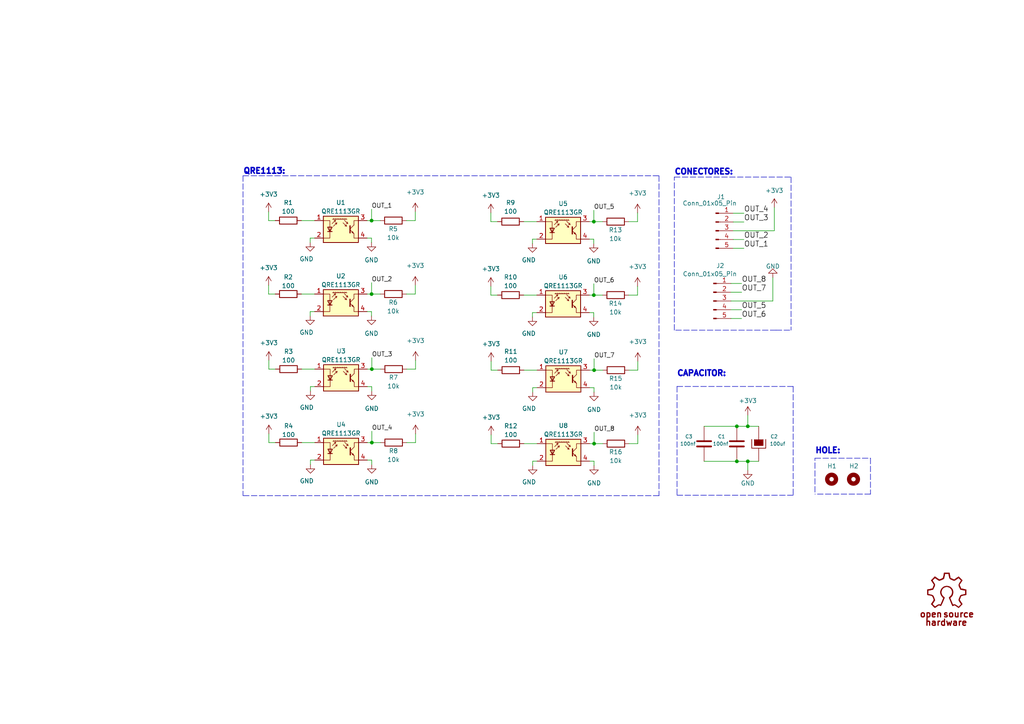
<source format=kicad_sch>
(kicad_sch (version 20230121) (generator eeschema)
  (paper "A4")
  (title_block (title "Line Sensors - QRE1113 x8") (date "2023-07-27") (rev "1.0") (company "DERTECH - Corporation") (comment 1 "Autor: Mauricio Falcon"))
  (lib_symbols
    (symbol "Connector:Conn_01x05_Pin" (pin_names (offset 1.016) hide)
      (property "Reference" "J" (at 0 7.62 0))
      (property "Value" "Conn_01x05_Pin" (at 0 -7.62 0))
      (symbol "Conn_01x05_Pin_1_1"
        (polyline (pts (xy 1.27 -5.08) (xy 0.8636 -5.08)) (stroke (width 0.1524)))
        (polyline (pts (xy 1.27 -2.54) (xy 0.8636 -2.54)) (stroke (width 0.1524)))
        (polyline (pts (xy 1.27 0) (xy 0.8636 0)) (stroke (width 0.1524)))
        (polyline (pts (xy 1.27 2.54) (xy 0.8636 2.54)) (stroke (width 0.1524)))
        (polyline (pts (xy 1.27 5.08) (xy 0.8636 5.08)) (stroke (width 0.1524)))
        (rectangle (start 0.8636 -4.953) (end 0 -5.207) (stroke (width 0.1524)) (fill (type outline)))
        (rectangle (start 0.8636 -2.413) (end 0 -2.667) (stroke (width 0.1524)) (fill (type outline)))
        (rectangle (start 0.8636 0.127) (end 0 -0.127) (stroke (width 0.1524)) (fill (type outline)))
        (rectangle (start 0.8636 2.667) (end 0 2.413) (stroke (width 0.1524)) (fill (type outline)))
        (rectangle (start 0.8636 5.207) (end 0 4.953) (stroke (width 0.1524)) (fill (type outline)))
        (pin passive line (at 5.08 5.08 180) (length 3.81) (name "Pin_1") (number "1"))
        (pin passive line (at 5.08 2.54 180) (length 3.81) (name "Pin_2") (number "2"))
        (pin passive line (at 5.08 0 180) (length 3.81) (name "Pin_3") (number "3"))
        (pin passive line (at 5.08 -2.54 180) (length 3.81) (name "Pin_4") (number "4"))
        (pin passive line (at 5.08 -5.08 180) (length 3.81) (name "Pin_5") (number "5"))
      )
    )
    (symbol "Device:R" (pin_numbers hide) (pin_names (offset 0))
      (property "Reference" "R" (at 2.032 0 90))
      (property "Value" "R" (at 0 0 90))
      (symbol "R_0_1"
        (rectangle (start -1.016 -2.54) (end 1.016 2.54) (stroke (width 0.254)))
      )
      (symbol "R_1_1"
        (pin passive line (at 0 3.81 270) (length 1.27) (name "~") (number "1"))
        (pin passive line (at 0 -3.81 90) (length 1.27) (name "~") (number "2"))
      )
    )
    (symbol "EESTN5-v2:OSHWA" (pin_names (offset 1.016))
      (symbol "OSHWA_0_0"
        (polyline (pts (xy 5.7912 2.667) (xy 5.5372 2.7178) (xy 5.4864 2.7432) (xy 5.4864 1.8796) (xy 5.4864 1.8288) (xy 5.4864 1.6002) (xy 5.4864 1.4732) (xy 5.4102 1.3716) (xy 5.2832 1.3208) (xy 5.0038 1.27) (xy 4.6228 1.1938) (xy 4.572 1.1684) (xy 4.318 1.1176) (xy 4.1656 1.0414) (xy 4.0386 0.889) (xy 3.937 0.6604) (xy 3.8354 0.4064) (xy 3.683 0.0762) (xy 3.6068 -0.1778) (xy 3.5814 -0.3556) (xy 3.6322 -0.5334) (xy 3.7592 -0.7366) (xy 3.9116 -0.9906) (xy 4.318 -1.5494) (xy 3.937 -1.9304) (xy 3.5814 -2.3114) (xy 3.048 -1.9558) (xy 2.794 -1.778) (xy 2.5654 -1.651) (xy 2.3876 -1.6256) (xy 2.2098 -1.6256) (xy 1.905 -1.6764) (xy 1.4986 -0.7112) (xy 1.1176 0.2286) (xy 1.397 0.508) (xy 1.5748 0.6604) (xy 1.8034 1.016) (xy 1.9304 1.397) (xy 1.9812 1.8542) (xy 1.9812 1.9304) (xy 1.9558 2.2606) (xy 1.905 2.54) (xy 1.7526 2.8194) (xy 1.4732 3.175) (xy 1.0668 3.5052) (xy 0.5842 3.683) (xy 0.1016 3.7338) (xy -0.4064 3.6576) (xy -0.889 3.429) (xy -1.2954 3.048) (xy -1.3462 2.9972) (xy -1.6256 2.5146) (xy -1.7526 2.0066) (xy -1.7018 1.4986) (xy -1.4986 0.9906) (xy -1.143 0.508) (xy -0.8636 0.2032) (xy -1.2446 -0.7366) (xy -1.651 -1.6764) (xy -1.9558 -1.6256) (xy -2.1082 -1.6256) (xy -2.286 -1.651) (xy -2.4892 -1.7526) (xy -2.7686 -1.9304) (xy -3.2766 -2.2606) (xy -3.6576 -1.905) (xy -4.0132 -1.524) (xy -3.6322 -0.9652) (xy -3.2766 -0.4064) (xy -3.429 0.0254) (xy -3.4544 0.1016) (xy -3.6068 0.508) (xy -3.7338 0.7874) (xy -3.8862 0.9906) (xy -4.0894 1.0922) (xy -4.3688 1.1938) (xy -4.7752 1.27) (xy -5.2578 1.3716) (xy -5.2324 1.905) (xy -5.207 2.413) (xy -4.5212 2.54) (xy -3.8608 2.667) (xy -3.5814 3.2512) (xy -3.556 3.302) (xy -3.4036 3.6068) (xy -3.3274 3.8862) (xy -3.2766 4.0386) (xy -3.3274 4.2164) (xy -3.4544 4.445) (xy -3.6322 4.7244) (xy -3.6576 4.7498) (xy -3.81 5.0292) (xy -3.937 5.207) (xy -3.9878 5.3086) (xy -3.9878 5.334) (xy -3.8862 5.461) (xy -3.7338 5.6388) (xy -3.5306 5.8166) (xy -3.3782 5.969) (xy -3.2766 6.0198) (xy -3.1496 5.9436) (xy -2.9464 5.8166) (xy -2.6924 5.6388) (xy -2.6162 5.588) (xy -2.3622 5.4102) (xy -2.159 5.3086) (xy -2.032 5.2578) (xy -1.8796 5.3086) (xy -1.6256 5.3848) (xy -1.3208 5.5118) (xy -1.2446 5.5372) (xy -0.9144 5.6896) (xy -0.7112 5.842) (xy -0.635 5.969) (xy -0.6096 6.096) (xy -0.5588 6.3754) (xy -0.4826 6.6802) (xy -0.381 7.239) (xy 0.127 7.239) (xy 0.635 7.239) (xy 0.7366 6.731) (xy 0.7874 6.477) (xy 0.8636 6.1722) (xy 0.9398 5.9436) (xy 1.0414 5.8166) (xy 1.1684 5.715) (xy 1.3462 5.6134) (xy 1.4478 5.5626) (xy 1.778 5.4356) (xy 2.032 5.334) (xy 2.1844 5.2832) (xy 2.3114 5.2832) (xy 2.4638 5.334) (xy 2.667 5.4356) (xy 2.9464 5.6388) (xy 3.556 6.0452) (xy 3.937 5.6896) (xy 4.2926 5.3086) (xy 3.9116 4.7498) (xy 3.8354 4.6228) (xy 3.683 4.318) (xy 3.5814 4.0894) (xy 3.6068 3.8354) (xy 3.683 3.5306) (xy 3.8862 3.1496) (xy 4.1148 2.667) (xy 4.7752 2.54) (xy 5.461 2.413) (xy 5.4864 1.8796) (xy 5.4864 2.7432) (xy 5.4102 2.7432) (xy 5.1054 2.8194) (xy 4.8006 2.8956) (xy 4.2926 2.9718) (xy 4.064 3.5306) (xy 3.81 4.0894) (xy 4.2418 4.7244) (xy 4.6736 5.3594) (xy 4.1148 5.9182) (xy 3.5814 6.4516) (xy 2.921 6.0198) (xy 2.286 5.5626) (xy 1.7526 5.7912) (xy 1.1938 6.0452) (xy 1.0922 6.5532) (xy 1.0668 6.8072) (xy 0.9906 7.0866) (xy 0.9652 7.3152) (xy 0.9144 7.5438) (xy 0.127 7.5438) (xy -0.6604 7.5438) (xy -0.762 6.9342) (xy -0.8128 6.6802) (xy -0.889 6.35) (xy -0.9652 6.1214) (xy -1.0922 5.9944) (xy -1.27 5.8928) (xy -1.524 5.7658) (xy -2.032 5.588) (xy -2.667 6.0198) (xy -3.3274 6.477) (xy -3.8608 5.9182) (xy -4.4196 5.3594) (xy -3.9878 4.7244) (xy -3.556 4.0894) (xy -3.7846 3.556) (xy -3.7846 3.5306) (xy -3.8862 3.2766) (xy -3.9878 3.0734) (xy -4.0132 2.9972) (xy -4.0386 2.9718) (xy -4.191 2.9464) (xy -4.445 2.8956) (xy -4.7752 2.8194) (xy -5.5118 2.6924) (xy -5.5118 1.905) (xy -5.5118 1.143) (xy -4.9022 1.016) (xy -4.8768 1.016) (xy -4.5466 0.9652) (xy -4.2926 0.889) (xy -4.1402 0.8382) (xy -4.1148 0.8128) (xy -4.0132 0.6604) (xy -3.8862 0.4318) (xy -3.7592 0.1524) (xy -3.683 -0.1016) (xy -3.6576 -0.3048) (xy -3.7084 -0.4572) (xy -3.8608 -0.6858) (xy -4.0386 -0.9652) (xy -4.4196 -1.524) (xy -3.8862 -2.0828) (xy -3.7846 -2.2098) (xy -3.556 -2.413) (xy -3.3782 -2.5654) (xy -3.3274 -2.6162) (xy -3.302 -2.6162) (xy -3.2004 -2.54) (xy -2.9972 -2.413) (xy -2.7178 -2.2352) (xy -2.5654 -2.1082) (xy -2.3368 -1.9558) (xy -2.1844 -1.905) (xy -2.0574 -1.905) (xy -1.905 -1.9304) (xy -1.7018 -2.0066) (xy -1.5748 -2.0574) (xy -1.5494 -2.032) (xy -1.4732 -1.8796) (xy -1.3462 -1.6256) (xy -1.1684 -1.27) (xy -0.9906 -0.8636) (xy -0.4826 0.3556) (xy -0.8382 0.6604) (xy -1.016 0.8128) (xy -1.27 1.2192) (xy -1.4224 1.651) (xy -1.4224 2.1082) (xy -1.2954 2.5146) (xy -1.0922 2.8956) (xy -0.762 3.2004) (xy -0.3556 3.4036) (xy 0.1524 3.4798) (xy 0.4826 3.429) (xy 0.9144 3.2766) (xy 1.27 2.9718) (xy 1.5494 2.5908) (xy 1.6764 2.159) (xy 1.6764 1.8288) (xy 1.6256 1.4478) (xy 1.4732 1.0922) (xy 1.1684 0.762) (xy 0.762 0.3556) (xy 1.2446 -0.8128) (xy 1.3208 -1.016) (xy 1.4732 -1.397) (xy 1.6256 -1.7272) (xy 1.7272 -1.9558) (xy 1.778 -2.0574) (xy 1.8796 -2.0828) (xy 2.032 -2.0066) (xy 2.1844 -1.905) (xy 2.3114 -1.8796) (xy 2.4892 -1.905) (xy 2.7178 -2.032) (xy 3.0226 -2.2352) (xy 3.5814 -2.6416) (xy 4.1402 -2.0828) (xy 4.6736 -1.524) (xy 4.2926 -0.9652) (xy 4.2164 -0.8636) (xy 4.064 -0.6096) (xy 3.937 -0.381) (xy 3.8862 -0.2794) (xy 3.8862 -0.254) (xy 3.937 -0.0762) (xy 4.0386 0.1778) (xy 4.1402 0.4572) (xy 4.2418 0.6858) (xy 4.318 0.7874) (xy 4.3434 0.8128) (xy 4.4958 0.8636) (xy 4.7498 0.9398) (xy 5.08 1.016) (xy 5.7912 1.143) (xy 5.7912 1.905) (xy 5.7912 2.667) (xy 5.7912 2.667)) (stroke (width 0.0254)) (fill (type outline)))
        (text "hardware" (at -0.0254 -6.858 0) (effects (font (size 1.778 1.778) bold)))
        (text "open" (at -4.445 -4.445 0) (effects (font (size 1.778 1.778) bold)))
        (text "source" (at 3.556 -4.445 0) (effects (font (size 1.778 1.778) bold)))
      )
    )
    (symbol "Mechanical:MountingHole" (pin_names (offset 1.016))
      (property "Reference" "H" (at 0 5.08 0))
      (property "Value" "MountingHole" (at 0 3.175 0))
      (symbol "MountingHole_0_1"
        (circle (center 0 0) (radius 1.27) (stroke (width 1.27)))
      )
    )
    (symbol "Sensor_Linea_Bonaerenses-rescue:C" (pin_numbers hide) (pin_names (offset 0.254))
      (property "Reference" "C" (at 0 2.54 0))
      (property "Value" "C" (at 0.1524 -2.159 0))
      (symbol "C_0_1"
        (polyline (pts (xy -2.032 -0.762) (xy 2.032 -0.762)) (stroke (width 0.508)))
        (polyline (pts (xy -2.032 0.762) (xy 2.032 0.762)) (stroke (width 0.508)))
      )
      (symbol "C_1_1"
        (pin passive line (at 0 5.08 270) (length 4.318) (name "~") (number "1"))
        (pin passive line (at 0 -5.08 90) (length 4.318) (name "~") (number "2"))
      )
    )
    (symbol "Sensor_Linea_Bonaerenses-rescue:CAPAPOL" (pin_numbers hide) (pin_names (offset 0.254) hide)
      (property "Reference" "C" (at 1.27 2.54 0))
      (property "Value" "CAPAPOL" (at 1.27 -2.54 0))
      (symbol "CAPAPOL_0_1"
        (polyline (pts (xy -2.032 1.27) (xy -2.032 -1.27) (xy 2.032 -1.27) (xy 2.032 1.27)) (stroke (width 0.2032)))
        (polyline (pts (xy -1.27 1.27) (xy -1.27 -0.508) (xy 1.27 -0.508) (xy 1.27 1.27)) (fill (type outline)))
      )
      (symbol "CAPAPOL_1_1"
        (pin passive line (at 0 5.08 270) (length 3.81) (name "~") (number "1"))
        (pin passive line (at 0 -5.08 90) (length 3.81) (name "~") (number "2"))
      )
    )
    (symbol "Sensor_Proximity:QRE1113GR" (pin_names (offset 0.0254) hide)
      (property "Reference" "U" (at -3.81 5.08 0))
      (property "Value" "QRE1113GR" (at 11.43 5.08 0))
      (symbol "QRE1113GR_0_1"
        (polyline (pts (xy -3.81 -0.635) (xy -2.54 -0.635)) (stroke (width 0.254)))
        (polyline (pts (xy -2.286 2.921) (xy -2.032 3.175)))
        (polyline (pts (xy -1.778 2.921) (xy -1.524 3.175)))
        (polyline (pts (xy -1.524 2.667) (xy -1.651 2.159)))
        (polyline (pts (xy -1.27 2.921) (xy -1.016 3.175)))
        (polyline (pts (xy -1.143 1.905) (xy -1.27 1.397)))
        (polyline (pts (xy -0.762 2.921) (xy -0.508 3.175)))
        (polyline (pts (xy -0.254 2.921) (xy 0 3.175)))
        (polyline (pts (xy 0.254 2.921) (xy 0.508 3.175)))
        (polyline (pts (xy 0.762 2.921) (xy 1.016 3.175)))
        (polyline (pts (xy 1.27 2.921) (xy 1.524 3.175)))
        (polyline (pts (xy 1.651 0.889) (xy 1.143 1.016)))
        (polyline (pts (xy 1.778 2.921) (xy -2.413 2.921)))
        (polyline (pts (xy 2.032 1.651) (xy 1.524 1.778)))
        (polyline (pts (xy 2.667 -0.127) (xy 3.81 -1.27)))
        (polyline (pts (xy 2.667 0.127) (xy 3.81 1.27)))
        (polyline (pts (xy -2.54 1.651) (xy -1.524 2.667) (xy -2.032 2.54)))
        (polyline (pts (xy -2.159 0.889) (xy -1.143 1.905) (xy -1.651 1.778)))
        (polyline (pts (xy 0.635 1.905) (xy 1.651 0.889) (xy 1.524 1.397)))
        (polyline (pts (xy 1.016 2.667) (xy 2.032 1.651) (xy 1.905 2.159)))
        (polyline (pts (xy 2.667 1.016) (xy 2.667 -1.016) (xy 2.667 -1.016)) (stroke (width 0.3556)))
        (polyline (pts (xy 3.81 -1.27) (xy 3.81 -2.54) (xy 5.08 -2.54)))
        (polyline (pts (xy 3.81 1.27) (xy 3.81 2.54) (xy 5.08 2.54)))
        (polyline (pts (xy -5.08 -2.54) (xy -3.175 -2.54) (xy -3.175 2.54) (xy -5.08 2.54)))
        (polyline (pts (xy -3.175 -0.635) (xy -3.81 0.635) (xy -2.54 0.635) (xy -3.175 -0.635)) (stroke (width 0.254)))
        (polyline (pts (xy 3.683 -1.143) (xy 3.429 -0.635) (xy 3.175 -0.889) (xy 3.683 -1.143)))
        (polyline (pts (xy -5.08 -3.81) (xy 5.08 -3.81) (xy 5.08 3.81) (xy -5.08 3.81) (xy -5.08 -3.81)) (stroke (width 0.254)) (fill (type background)))
      )
      (symbol "QRE1113GR_1_1"
        (pin passive line (at -7.62 2.54 0) (length 2.54) (name "A") (number "1"))
        (pin passive line (at -7.62 -2.54 0) (length 2.54) (name "K") (number "2"))
        (pin open_collector line (at 7.62 2.54 180) (length 2.54) (name "~") (number "3"))
        (pin open_emitter line (at 7.62 -2.54 180) (length 2.54) (name "~") (number "4"))
      )
    )
    (symbol "power:+3V3" (power) (pin_names (offset 0))
      (property "Value" "+3V3" (at 0 3.556 0))
      (symbol "+3V3_0_1"
        (polyline (pts (xy -0.762 1.27) (xy 0 2.54)))
        (polyline (pts (xy 0 0) (xy 0 2.54)))
        (polyline (pts (xy 0 2.54) (xy 0.762 1.27)))
      )
      (symbol "+3V3_1_1"
        (pin power_in line (at 0 0 90) (length 0) hide (name "+3V3") (number "1"))
      )
    )
    (symbol "power:GND" (power) (pin_names (offset 0))
      (property "Value" "GND" (at 0 -3.81 0))
      (symbol "GND_0_1"
        (polyline (pts (xy 0 0) (xy 0 -1.27) (xy 1.27 -1.27) (xy 0 -2.54) (xy -1.27 -1.27) (xy 0 -1.27)))
      )
      (symbol "GND_1_1"
        (pin power_in line (at 0 0 270) (length 0) hide (name "GND") (number "1"))
      )
    )
  )
  (junction (at 172.2374 85.598))
  (junction (at 172.2374 64.2874))
  (junction (at 107.8484 128.3716))
  (junction (at 172.3136 128.6764))
  (junction (at 213.7156 133.8072))
  (junction (at 107.7722 63.9826))
  (junction (at 172.3136 107.3658))
  (junction (at 213.7156 123.6472))
  (junction (at 107.7722 85.2932))
  (junction (at 216.8906 133.8072))
  (junction (at 216.8906 123.6472))
  (junction (at 107.8484 107.061))
  (wire (pts (xy 171.0182 128.6764) (xy 172.3136 128.6764)))
  (wire (pts (xy 142.4432 107.3658) (xy 142.4432 104.8258)))
  (wire (pts (xy 215.773 69.469) (xy 212.6742 69.469)))
  (wire (pts (xy 107.8484 128.3716) (xy 110.363 128.3716)))
  (wire (pts (xy 107.7722 85.2932) (xy 110.2868 85.2932)))
  (wire (pts (xy 120.523 125.8316) (xy 120.523 128.3716)))
  (wire (pts (xy 87.4268 85.2932) (xy 91.2368 85.2932)))
  (wire (pts (xy 89.9668 90.3732) (xy 89.9668 91.6432)))
  (wire (pts (xy 120.4468 61.4426) (xy 120.4468 63.9826)))
  (wire (pts (xy 151.892 85.598) (xy 155.702 85.598)))
  (polyline (pts (xy 252.476 143.3068) (xy 236.3724 143.3068)) (stroke (width 0) (type dash)))
  (wire (pts (xy 155.7782 112.4458) (xy 154.5082 112.4458)))
  (wire (pts (xy 79.8068 85.2932) (xy 77.9018 85.2932)))
  (wire (pts (xy 77.978 107.061) (xy 77.978 104.521)))
  (wire (pts (xy 120.4468 85.2932) (xy 117.9068 85.2932)))
  (wire (pts (xy 155.7782 133.7564) (xy 154.5082 133.7564)))
  (polyline (pts (xy 196.3674 112.0902) (xy 196.3674 143.637)) (stroke (width 0) (type dash)))
  (polyline (pts (xy 252.476 132.8928) (xy 252.476 143.3068)) (stroke (width 0) (type dash)))
  (wire (pts (xy 213.7156 133.8072) (xy 216.8906 133.8072)))
  (wire (pts (xy 216.8906 123.6472) (xy 220.0656 123.6472)))
  (wire (pts (xy 151.9682 128.6764) (xy 155.7782 128.6764)))
  (wire (pts (xy 107.8484 125.0696) (xy 107.8484 128.3716)))
  (wire (pts (xy 216.8906 133.8072) (xy 220.0656 133.8072)))
  (wire (pts (xy 142.4432 128.6764) (xy 142.4432 126.1364)))
  (wire (pts (xy 184.9882 107.3658) (xy 182.4482 107.3658)))
  (wire (pts (xy 144.3482 128.6764) (xy 142.4432 128.6764)))
  (wire (pts (xy 172.2882 112.4458) (xy 172.2882 113.7158)))
  (wire (pts (xy 120.4468 82.7532) (xy 120.4468 85.2932)))
  (wire (pts (xy 170.942 85.598) (xy 172.2374 85.598)))
  (wire (pts (xy 144.272 64.2874) (xy 142.367 64.2874)))
  (wire (pts (xy 155.702 90.678) (xy 154.432 90.678)))
  (wire (pts (xy 212.0138 89.8398) (xy 215.1126 89.8398)))
  (wire (pts (xy 107.823 133.4516) (xy 107.823 134.7216)))
  (wire (pts (xy 204.216 133.8072) (xy 213.7156 133.8072)))
  (wire (pts (xy 170.942 69.3674) (xy 172.212 69.3674)))
  (wire (pts (xy 120.523 107.061) (xy 117.983 107.061)))
  (wire (pts (xy 79.8068 63.9826) (xy 77.9018 63.9826)))
  (wire (pts (xy 155.702 69.3674) (xy 154.432 69.3674)))
  (polyline (pts (xy 225.0948 95.758) (xy 229.4382 95.758)) (stroke (width 0) (type dash)))
  (wire (pts (xy 151.892 64.2874) (xy 155.702 64.2874)))
  (polyline (pts (xy 229.4382 51.3588) (xy 229.4382 95.758)) (stroke (width 0) (type dash)))
  (wire (pts (xy 184.9882 128.6764) (xy 182.4482 128.6764)))
  (wire (pts (xy 91.313 133.4516) (xy 90.043 133.4516)))
  (wire (pts (xy 106.4768 85.2932) (xy 107.7722 85.2932)))
  (wire (pts (xy 171.0182 112.4458) (xy 172.2882 112.4458)))
  (polyline (pts (xy 236.3724 132.8928) (xy 252.476 132.8928)) (stroke (width 0) (type dash)))
  (wire (pts (xy 154.432 90.678) (xy 154.432 91.948)))
  (wire (pts (xy 184.9882 126.1364) (xy 184.9882 128.6764)))
  (wire (pts (xy 172.3136 107.3658) (xy 174.8282 107.3658)))
  (wire (pts (xy 87.4268 63.9826) (xy 91.2368 63.9826)))
  (wire (pts (xy 184.912 61.7474) (xy 184.912 64.2874)))
  (polyline (pts (xy 195.58 51.3588) (xy 229.4382 51.3588)) (stroke (width 0) (type dash)))
  (polyline (pts (xy 195.58 95.758) (xy 195.58 51.3588)) (stroke (width 0) (type dash)))
  (wire (pts (xy 107.8484 103.759) (xy 107.8484 107.061)))
  (wire (pts (xy 215.773 64.389) (xy 212.6742 64.389)))
  (polyline (pts (xy 236.3724 142.748) (xy 236.3724 132.8928)) (stroke (width 0) (type dash)))
  (wire (pts (xy 172.2374 85.598) (xy 174.752 85.598)))
  (wire (pts (xy 204.216 123.6472) (xy 213.7156 123.6472)))
  (wire (pts (xy 106.553 107.061) (xy 107.8484 107.061)))
  (wire (pts (xy 77.978 128.3716) (xy 77.978 125.8316)))
  (wire (pts (xy 106.4768 90.3732) (xy 107.7468 90.3732)))
  (wire (pts (xy 212.0138 82.2198) (xy 215.1126 82.2198)))
  (wire (pts (xy 107.7468 90.3732) (xy 107.7468 91.6432)))
  (wire (pts (xy 172.3136 125.3744) (xy 172.3136 128.6764)))
  (polyline (pts (xy 230.0478 112.0902) (xy 230.0478 143.637)) (stroke (width 0) (type dash)))
  (wire (pts (xy 172.212 69.3674) (xy 172.212 70.6374)))
  (wire (pts (xy 172.2374 82.296) (xy 172.2374 85.598)))
  (wire (pts (xy 154.432 69.3674) (xy 154.432 70.6374)))
  (wire (pts (xy 216.8906 123.6472) (xy 216.8906 120.4722)))
  (wire (pts (xy 215.773 72.009) (xy 212.6742 72.009)))
  (wire (pts (xy 120.523 128.3716) (xy 117.983 128.3716)))
  (wire (pts (xy 172.2882 133.7564) (xy 172.2882 135.0264)))
  (wire (pts (xy 87.503 107.061) (xy 91.313 107.061)))
  (wire (pts (xy 154.5082 112.4458) (xy 154.5082 113.7158)))
  (wire (pts (xy 91.313 112.141) (xy 90.043 112.141)))
  (wire (pts (xy 212.0138 84.7598) (xy 215.1126 84.7598)))
  (wire (pts (xy 170.942 64.2874) (xy 172.2374 64.2874)))
  (wire (pts (xy 170.942 90.678) (xy 172.212 90.678)))
  (polyline (pts (xy 196.3674 112.0902) (xy 230.0478 112.0902)) (stroke (width 0) (type dash)))
  (wire (pts (xy 107.7722 63.9826) (xy 110.2868 63.9826)))
  (wire (pts (xy 213.7156 123.6472) (xy 216.8906 123.6472)))
  (wire (pts (xy 172.212 90.678) (xy 172.212 91.948)))
  (wire (pts (xy 120.523 104.521) (xy 120.523 107.061)))
  (wire (pts (xy 172.2374 64.2874) (xy 174.752 64.2874)))
  (polyline (pts (xy 70.5104 50.9778) (xy 191.135 50.9778)) (stroke (width 0) (type dash)))
  (wire (pts (xy 144.272 85.598) (xy 142.367 85.598)))
  (wire (pts (xy 172.3136 104.0638) (xy 172.3136 107.3658)))
  (wire (pts (xy 89.9668 69.0626) (xy 89.9668 70.3326)))
  (wire (pts (xy 184.912 83.058) (xy 184.912 85.598)))
  (wire (pts (xy 107.7722 81.9912) (xy 107.7722 85.2932)))
  (wire (pts (xy 144.3482 107.3658) (xy 142.4432 107.3658)))
  (wire (pts (xy 172.3136 128.6764) (xy 174.8282 128.6764)))
  (wire (pts (xy 184.9882 104.8258) (xy 184.9882 107.3658)))
  (polyline (pts (xy 230.0478 143.637) (xy 196.3674 143.637)) (stroke (width 0) (type dash)))
  (wire (pts (xy 77.9018 63.9826) (xy 77.9018 61.4426)))
  (wire (pts (xy 215.773 61.849) (xy 212.6742 61.849)))
  (wire (pts (xy 216.8906 133.8072) (xy 216.8906 136.3472)))
  (wire (pts (xy 212.0138 92.3798) (xy 215.1126 92.3798)))
  (wire (pts (xy 106.553 133.4516) (xy 107.823 133.4516)))
  (wire (pts (xy 224.155 87.2998) (xy 224.155 80.518)))
  (wire (pts (xy 224.155 87.2998) (xy 212.0138 87.2998)))
  (wire (pts (xy 106.553 128.3716) (xy 107.8484 128.3716)))
  (wire (pts (xy 79.883 107.061) (xy 77.978 107.061)))
  (wire (pts (xy 91.2368 69.0626) (xy 89.9668 69.0626)))
  (wire (pts (xy 184.912 85.598) (xy 182.372 85.598)))
  (wire (pts (xy 120.4468 63.9826) (xy 117.9068 63.9826)))
  (polyline (pts (xy 191.135 50.9778) (xy 191.135 143.764)) (stroke (width 0) (type dash)))
  (wire (pts (xy 106.4768 69.0626) (xy 107.7468 69.0626)))
  (wire (pts (xy 106.553 112.141) (xy 107.823 112.141)))
  (wire (pts (xy 106.4768 63.9826) (xy 107.7722 63.9826)))
  (wire (pts (xy 171.0182 107.3658) (xy 172.3136 107.3658)))
  (wire (pts (xy 91.2368 90.3732) (xy 89.9668 90.3732)))
  (polyline (pts (xy 191.135 143.764) (xy 70.485 143.764)) (stroke (width 0) (type dash)))
  (wire (pts (xy 77.9018 85.2932) (xy 77.9018 82.7532)))
  (wire (pts (xy 107.7468 69.0626) (xy 107.7468 70.3326)))
  (polyline (pts (xy 70.485 50.9778) (xy 70.485 143.764)) (stroke (width 0) (type dash)))
  (wire (pts (xy 224.5868 66.929) (xy 224.5868 60.1726)))
  (wire (pts (xy 107.7722 60.6806) (xy 107.7722 63.9826)))
  (wire (pts (xy 151.9682 107.3658) (xy 155.7782 107.3658)))
  (wire (pts (xy 172.2374 60.9854) (xy 172.2374 64.2874)))
  (polyline (pts (xy 225.0694 95.758) (xy 195.58 95.758)) (stroke (width 0) (type dash)))
  (wire (pts (xy 79.883 128.3716) (xy 77.978 128.3716)))
  (wire (pts (xy 154.5082 133.7564) (xy 154.5082 135.0264)))
  (wire (pts (xy 87.503 128.3716) (xy 91.313 128.3716)))
  (wire (pts (xy 90.043 112.141) (xy 90.043 113.411)))
  (wire (pts (xy 224.5868 66.929) (xy 212.6742 66.929)))
  (wire (pts (xy 107.823 112.141) (xy 107.823 113.411)))
  (wire (pts (xy 171.0182 133.7564) (xy 172.2882 133.7564)))
  (wire (pts (xy 142.367 64.2874) (xy 142.367 61.7474)))
  (wire (pts (xy 90.043 133.4516) (xy 90.043 134.7216)))
  (wire (pts (xy 184.912 64.2874) (xy 182.372 64.2874)))
  (wire (pts (xy 107.8484 107.061) (xy 110.363 107.061)))
  (wire (pts (xy 142.367 85.598) (xy 142.367 83.058)))
  (text "QRE1113:" (at 70.4596 50.7238 0) (effects (font (size 1.651 1.651) (thickness 0.6096) bold) (justify left bottom)))
  (text "CAPACITOR:" (at 196.2404 109.3978 0) (effects (font (size 1.651 1.651) (thickness 0.6096) bold) (justify left bottom)))
  (text "CONECTORES:\n" (at 195.5038 50.927 0) (effects (font (size 1.651 1.651) (thickness 0.6096) bold) (justify left bottom)))
  (text "HOLE:" (at 236.3216 131.7752 0) (effects (font (size 1.651 1.651) (thickness 0.6096) bold) (justify left bottom)))
  (label "OUT_8" (at 215.1126 82.2198 0) (effects (font (size 1.524 1.524))))
  (label "OUT_5" (at 172.2374 60.9854 0))
  (label "OUT_4" (at 215.773 61.849 0) (effects (font (size 1.524 1.524))))
  (label "OUT_3" (at 107.8484 103.759 0))
  (label "OUT_4" (at 107.8484 125.0696 0))
  (label "OUT_5" (at 215.1126 89.8398 0) (effects (font (size 1.524 1.524))))
  (label "OUT_2" (at 107.7722 81.9912 0))
  (label "OUT_3" (at 215.773 64.389 0) (effects (font (size 1.524 1.524))))
  (label "OUT_8" (at 172.3136 125.3744 0))
  (label "OUT_6" (at 215.1126 92.3798 0) (effects (font (size 1.524 1.524))))
  (label "OUT_6" (at 172.2374 82.296 0))
  (label "OUT_2" (at 215.773 69.469 0) (effects (font (size 1.524 1.524))))
  (label "OUT_1" (at 215.773 72.009 0) (effects (font (size 1.524 1.524))))
  (label "OUT_7" (at 172.3136 104.0638 0))
  (label "OUT_7" (at 215.1126 84.7598 0) (effects (font (size 1.524 1.524))))
  (label "OUT_1" (at 107.7722 60.6806 0))
  (symbol (lib_id "power:+3V3") (at 184.912 83.058 0) (unit 1)
    (property "Reference" "#PWR030" (effects hide))
    (property "Value" "+3V3" (at 184.912 77.343 0))
  )
  (symbol (lib_id "power:+3V3") (at 120.4468 61.4426 0) (unit 1)
    (property "Reference" "#PWR013" (effects hide))
    (property "Value" "+3V3" (at 120.4468 55.7276 0))
  )
  (symbol (lib_id "power:GND") (at 224.155 80.518 0) (mirror x) (unit 1)
    (property "Reference" "#PWR038" (effects hide))
    (property "Value" "GND" (at 224.155 77.2414 0))
  )
  (symbol (lib_id "power:GND") (at 154.432 91.948 0) (unit 1)
    (property "Reference" "#PWR022" (effects hide))
    (property "Value" "GND" (at 153.3652 96.7232 0))
  )
  (symbol (lib_id "Device:R") (at 114.0968 63.9826 90) (unit 1)
    (property "Reference" "R5" (at 114.046 66.3956 90))
    (property "Value" "10k" (at 114.046 68.9356 90))
    (property "Footprint" "EESTN5-v2:R_0805" (effects hide))
  )
  (symbol (lib_id "Device:R") (at 83.693 107.061 90) (unit 1)
    (property "Reference" "R3" (at 83.693 101.9556 90))
    (property "Value" "100" (at 83.693 104.4956 90))
    (property "Footprint" "EESTN5-v2:R_0805" (effects hide))
  )
  (symbol (lib_id "Connector:Conn_01x05_Pin") (at 206.9338 87.2998 0) (unit 1)
    (property "Reference" "J2" (at 210.1088 77.0636 0) (effects (justify right)))
    (property "Value" "Conn_01x05_Pin" (at 213.7664 79.4512 0) (effects (justify right)))
    (property "Footprint" "Connector_PinHeader_2.54mm:PinHeader_1x05_P2.54mm_Vertical" (effects hide))
  )
  (symbol (lib_id "Mechanical:MountingHole") (at 247.5484 138.9888 0) (unit 1)
    (property "Reference" "H2" (at 246.2784 135.1788 0) (effects (justify left)))
    (property "Value" "HOLE" (effects hide))
    (property "Footprint" "EESTN5-v2:Separador_M3_5mm" (effects hide))
  )
  (symbol (lib_id "Sensor_Linea_Bonaerenses-rescue:C") (at 213.7156 128.7272 0) (unit 1)
    (property "Reference" "C1" (at 208.2038 126.619 0) (effects (font (size 1.016 1.016)) (justify left)))
    (property "Value" "100nf" (at 206.7306 128.7272 0) (effects (font (size 1.016 1.016)) (justify left)))
    (property "Footprint" "Capacitor_SMD:C_0805_2012Metric_Pad1.18x1.45mm_HandSolder" (effects hide))
  )
  (symbol (lib_id "Device:R") (at 178.562 85.598 90) (unit 1)
    (property "Reference" "R14" (at 178.5112 88.011 90))
    (property "Value" "10k" (at 178.5112 90.551 90))
    (property "Footprint" "EESTN5-v2:R_0805" (effects hide))
  )
  (symbol (lib_id "Sensor_Linea_Bonaerenses-rescue:C") (at 204.216 128.7272 0) (unit 1)
    (property "Reference" "C3" (at 198.7042 126.619 0) (effects (font (size 1.016 1.016)) (justify left)))
    (property "Value" "100nf" (at 197.231 128.7272 0) (effects (font (size 1.016 1.016)) (justify left)))
    (property "Footprint" "Capacitor_SMD:C_0805_2012Metric_Pad1.18x1.45mm_HandSolder" (effects hide))
  )
  (symbol (lib_id "Device:R") (at 83.6168 85.2932 90) (unit 1)
    (property "Reference" "R2" (at 83.6168 80.3656 90))
    (property "Value" "100" (at 83.6168 82.9056 90))
    (property "Footprint" "EESTN5-v2:R_0805" (effects hide))
  )
  (symbol (lib_id "power:GND") (at 107.823 134.7216 0) (unit 1)
    (property "Reference" "#PWR012" (effects hide))
    (property "Value" "GND" (at 107.823 139.8016 0))
  )
  (symbol (lib_id "Connector:Conn_01x05_Pin") (at 207.5942 66.929 0) (unit 1)
    (property "Reference" "J1" (at 209.1182 57.0992 0))
    (property "Value" "Conn_01x05_Pin" (at 205.8416 58.9534 0))
    (property "Footprint" "Connector_PinHeader_2.54mm:PinHeader_1x05_P2.54mm_Vertical" (effects hide))
  )
  (symbol (lib_id "power:GND") (at 90.043 113.411 0) (unit 1)
    (property "Reference" "#PWR07" (effects hide))
    (property "Value" "GND" (at 88.9762 118.1862 0))
  )
  (symbol (lib_id "power:+3V3") (at 216.8906 120.4722 0) (unit 1)
    (property "Reference" "#PWR033" (effects hide))
    (property "Value" "+3V3" (at 216.8906 116.2304 0))
  )
  (symbol (lib_id "power:GND") (at 216.8906 136.3472 0) (unit 1)
    (property "Reference" "#PWR034" (effects hide))
    (property "Value" "GND" (at 216.8906 140.1572 0))
  )
  (symbol (lib_id "Device:R") (at 178.6382 107.3658 90) (unit 1)
    (property "Reference" "R15" (at 178.5874 109.7788 90))
    (property "Value" "10k" (at 178.5874 112.3188 90))
    (property "Footprint" "EESTN5-v2:R_0805" (effects hide))
  )
  (symbol (lib_id "Device:R") (at 148.1582 107.3658 90) (unit 1)
    (property "Reference" "R11" (at 148.1582 101.9556 90))
    (property "Value" "100" (at 148.1582 104.4956 90))
    (property "Footprint" "EESTN5-v2:R_0805" (effects hide))
  )
  (symbol (lib_id "Mechanical:MountingHole") (at 241.1984 138.9888 0) (unit 1)
    (property "Reference" "H1" (at 239.9284 135.1788 0) (effects (justify left)))
    (property "Value" "HOLE" (effects hide))
    (property "Footprint" "EESTN5-v2:Separador_M3_5mm" (effects hide))
  )
  (symbol (lib_id "power:GND") (at 172.212 70.6374 0) (unit 1)
    (property "Reference" "#PWR025" (effects hide))
    (property "Value" "GND" (at 172.212 75.7174 0))
  )
  (symbol (lib_id "power:GND") (at 172.2882 113.7158 0) (unit 1)
    (property "Reference" "#PWR027" (effects hide))
    (property "Value" "GND" (at 172.2882 118.7958 0))
  )
  (symbol (lib_id "Device:R") (at 83.6168 63.9826 90) (unit 1)
    (property "Reference" "R1" (at 83.6168 58.7756 90))
    (property "Value" "100" (at 83.6168 61.3156 90))
    (property "Footprint" "EESTN5-v2:R_0805" (effects hide))
  )
  (symbol (lib_id "Device:R") (at 114.173 107.061 90) (unit 1)
    (property "Reference" "R7" (at 114.1222 109.474 90))
    (property "Value" "10k" (at 114.1222 112.014 90))
    (property "Footprint" "EESTN5-v2:R_0805" (effects hide))
  )
  (symbol (lib_id "Device:R") (at 148.082 64.2874 90) (unit 1)
    (property "Reference" "R9" (at 148.082 58.7756 90))
    (property "Value" "100" (at 148.082 61.3156 90))
    (property "Footprint" "EESTN5-v2:R_0805" (effects hide))
  )
  (symbol (lib_id "EESTN5-v2:OSHWA") (at 274.4724 173.6852 0) (unit 1)
    (property "Reference" "#G2" (effects hide))
    (property "Value" "OSHWA" (effects hide))
  )
  (symbol (lib_id "power:GND") (at 89.9668 91.6432 0) (unit 1)
    (property "Reference" "#PWR06" (effects hide))
    (property "Value" "GND" (at 88.9 96.4184 0))
  )
  (symbol (lib_id "Sensor_Linea_Bonaerenses-rescue:CAPAPOL") (at 220.0656 128.7272 0) (unit 1)
    (property "Reference" "C2" (at 223.4438 126.619 0) (effects (font (size 1.016 1.016)) (justify left)))
    (property "Value" "100uf" (at 223.2406 128.7272 0) (effects (font (size 1.016 1.016)) (justify left)))
    (property "Footprint" "Capacitor_THT:C_Radial_D5.0mm_H11.0mm_P2.00mm" (effects hide))
  )
  (symbol (lib_id "power:GND") (at 172.212 91.948 0) (unit 1)
    (property "Reference" "#PWR026" (effects hide))
    (property "Value" "GND" (at 172.212 97.028 0))
  )
  (symbol (lib_id "power:+3V3") (at 142.4432 104.8258 0) (unit 1)
    (property "Reference" "#PWR019" (effects hide))
    (property "Value" "+3V3" (at 142.4432 99.7458 0))
  )
  (symbol (lib_id "Sensor_Proximity:QRE1113GR") (at 98.8568 66.5226 0) (unit 1)
    (property "Reference" "U1" (at 98.8568 58.7502 0))
    (property "Value" "QRE1113GR" (at 98.8568 61.2902 0))
    (property "Footprint" "OptoDevice:OnSemi_CASE100CY" (effects hide))
    (property "Datasheet" "http://www.onsemi.com/pub/Collateral/QRE1113-D.PDF" (effects hide))
  )
  (symbol (lib_id "Sensor_Proximity:QRE1113GR") (at 163.322 66.8274 0) (unit 1)
    (property "Reference" "U5" (at 163.322 59.055 0))
    (property "Value" "QRE1113GR" (at 163.322 61.595 0))
    (property "Footprint" "OptoDevice:OnSemi_CASE100CY" (effects hide))
    (property "Datasheet" "http://www.onsemi.com/pub/Collateral/QRE1113-D.PDF" (effects hide))
  )
  (symbol (lib_id "power:+3V3") (at 142.367 61.7474 0) (unit 1)
    (property "Reference" "#PWR017" (effects hide))
    (property "Value" "+3V3" (at 142.367 56.6674 0))
  )
  (symbol (lib_id "power:+3V3") (at 224.5868 60.1726 0) (unit 1)
    (property "Reference" "#PWR037" (effects hide))
    (property "Value" "+3V3" (at 224.5868 55.2704 0))
  )
  (symbol (lib_id "power:+3V3") (at 142.4432 126.1364 0) (unit 1)
    (property "Reference" "#PWR020" (effects hide))
    (property "Value" "+3V3" (at 142.4432 121.0564 0))
  )
  (symbol (lib_id "Sensor_Proximity:QRE1113GR") (at 98.933 109.601 0) (unit 1)
    (property "Reference" "U3" (at 98.933 101.8286 0))
    (property "Value" "QRE1113GR" (at 98.933 104.3686 0))
    (property "Footprint" "OptoDevice:OnSemi_CASE100CY" (effects hide))
    (property "Datasheet" "http://www.onsemi.com/pub/Collateral/QRE1113-D.PDF" (effects hide))
  )
  (symbol (lib_id "Device:R") (at 114.173 128.3716 90) (unit 1)
    (property "Reference" "R8" (at 114.1222 130.7846 90))
    (property "Value" "10k" (at 114.1222 133.3246 90))
    (property "Footprint" "EESTN5-v2:R_0805" (effects hide))
  )
  (symbol (lib_id "Device:R") (at 83.693 128.3716 90) (unit 1)
    (property "Reference" "R4" (at 83.693 123.5456 90))
    (property "Value" "100" (at 83.693 126.0856 90))
    (property "Footprint" "EESTN5-v2:R_0805" (effects hide))
  )
  (symbol (lib_id "Device:R") (at 114.0968 85.2932 90) (unit 1)
    (property "Reference" "R6" (at 114.046 87.7062 90))
    (property "Value" "10k" (at 114.046 90.2462 90))
    (property "Footprint" "EESTN5-v2:R_0805" (effects hide))
  )
  (symbol (lib_id "power:GND") (at 154.432 70.6374 0) (unit 1)
    (property "Reference" "#PWR021" (effects hide))
    (property "Value" "GND" (at 153.3652 75.4126 0))
  )
  (symbol (lib_id "power:GND") (at 107.823 113.411 0) (unit 1)
    (property "Reference" "#PWR011" (effects hide))
    (property "Value" "GND" (at 107.823 118.491 0))
  )
  (symbol (lib_id "power:GND") (at 154.5082 113.7158 0) (unit 1)
    (property "Reference" "#PWR023" (effects hide))
    (property "Value" "GND" (at 153.4414 118.491 0))
  )
  (symbol (lib_id "Sensor_Proximity:QRE1113GR") (at 163.3982 109.9058 0) (unit 1)
    (property "Reference" "U7" (at 163.3982 102.1334 0))
    (property "Value" "QRE1113GR" (at 163.3982 104.6734 0))
    (property "Footprint" "OptoDevice:OnSemi_CASE100CY" (effects hide))
    (property "Datasheet" "http://www.onsemi.com/pub/Collateral/QRE1113-D.PDF" (effects hide))
  )
  (symbol (lib_id "Sensor_Proximity:QRE1113GR") (at 163.322 88.138 0) (unit 1)
    (property "Reference" "U6" (at 163.322 80.3656 0))
    (property "Value" "QRE1113GR" (at 163.322 82.9056 0))
    (property "Footprint" "OptoDevice:OnSemi_CASE100CY" (effects hide))
    (property "Datasheet" "http://www.onsemi.com/pub/Collateral/QRE1113-D.PDF" (effects hide))
  )
  (symbol (lib_id "Device:R") (at 178.562 64.2874 90) (unit 1)
    (property "Reference" "R13" (at 178.5112 66.7004 90))
    (property "Value" "10k" (at 178.5112 69.2404 90))
    (property "Footprint" "EESTN5-v2:R_0805" (effects hide))
  )
  (symbol (lib_id "power:GND") (at 107.7468 70.3326 0) (unit 1)
    (property "Reference" "#PWR09" (effects hide))
    (property "Value" "GND" (at 107.7468 75.4126 0))
  )
  (symbol (lib_id "Device:R") (at 178.6382 128.6764 90) (unit 1)
    (property "Reference" "R16" (at 178.5874 131.0894 90))
    (property "Value" "10k" (at 178.5874 133.6294 90))
    (property "Footprint" "EESTN5-v2:R_0805" (effects hide))
  )
  (symbol (lib_id "power:+3V3") (at 77.978 125.8316 0) (unit 1)
    (property "Reference" "#PWR04" (effects hide))
    (property "Value" "+3V3" (at 77.978 120.7516 0))
  )
  (symbol (lib_id "Sensor_Proximity:QRE1113GR") (at 163.3982 131.2164 0) (unit 1)
    (property "Reference" "U8" (at 163.3982 123.444 0))
    (property "Value" "QRE1113GR" (at 163.3982 125.984 0))
    (property "Footprint" "OptoDevice:OnSemi_CASE100CY" (effects hide))
    (property "Datasheet" "http://www.onsemi.com/pub/Collateral/QRE1113-D.PDF" (effects hide))
  )
  (symbol (lib_id "power:+3V3") (at 142.367 83.058 0) (unit 1)
    (property "Reference" "#PWR018" (effects hide))
    (property "Value" "+3V3" (at 142.367 77.978 0))
  )
  (symbol (lib_id "Sensor_Proximity:QRE1113GR") (at 98.933 130.9116 0) (unit 1)
    (property "Reference" "U4" (at 98.933 123.1392 0))
    (property "Value" "QRE1113GR" (at 98.933 125.6792 0))
    (property "Footprint" "OptoDevice:OnSemi_CASE100CY" (effects hide))
    (property "Datasheet" "http://www.onsemi.com/pub/Collateral/QRE1113-D.PDF" (effects hide))
  )
  (symbol (lib_id "power:+3V3") (at 120.4468 82.7532 0) (unit 1)
    (property "Reference" "#PWR014" (effects hide))
    (property "Value" "+3V3" (at 120.4468 77.0382 0))
  )
  (symbol (lib_id "power:+3V3") (at 120.523 125.8316 0) (unit 1)
    (property "Reference" "#PWR016" (effects hide))
    (property "Value" "+3V3" (at 120.523 120.1166 0))
  )
  (symbol (lib_id "power:GND") (at 90.043 134.7216 0) (unit 1)
    (property "Reference" "#PWR08" (effects hide))
    (property "Value" "GND" (at 88.9762 139.4968 0))
  )
  (symbol (lib_id "power:+3V3") (at 184.9882 126.1364 0) (unit 1)
    (property "Reference" "#PWR032" (effects hide))
    (property "Value" "+3V3" (at 184.9882 120.4214 0))
  )
  (symbol (lib_id "power:GND") (at 89.9668 70.3326 0) (unit 1)
    (property "Reference" "#PWR05" (effects hide))
    (property "Value" "GND" (at 88.9 75.1078 0))
  )
  (symbol (lib_id "Sensor_Proximity:QRE1113GR") (at 98.8568 87.8332 0) (unit 1)
    (property "Reference" "U2" (at 98.8568 80.0608 0))
    (property "Value" "QRE1113GR" (at 98.8568 82.6008 0))
    (property "Footprint" "OptoDevice:OnSemi_CASE100CY" (effects hide))
    (property "Datasheet" "http://www.onsemi.com/pub/Collateral/QRE1113-D.PDF" (effects hide))
  )
  (symbol (lib_id "power:GND") (at 154.5082 135.0264 0) (unit 1)
    (property "Reference" "#PWR024" (effects hide))
    (property "Value" "GND" (at 153.4414 139.8016 0))
  )
  (symbol (lib_id "power:+3V3") (at 120.523 104.521 0) (unit 1)
    (property "Reference" "#PWR015" (effects hide))
    (property "Value" "+3V3" (at 120.523 98.806 0))
  )
  (symbol (lib_id "power:+3V3") (at 77.9018 61.4426 0) (unit 1)
    (property "Reference" "#PWR01" (effects hide))
    (property "Value" "+3V3" (at 77.9018 56.3626 0))
  )
  (symbol (lib_id "power:+3V3") (at 77.978 104.521 0) (unit 1)
    (property "Reference" "#PWR03" (effects hide))
    (property "Value" "+3V3" (at 77.978 99.441 0))
  )
  (symbol (lib_id "power:GND") (at 107.7468 91.6432 0) (unit 1)
    (property "Reference" "#PWR010" (effects hide))
    (property "Value" "GND" (at 107.7468 96.7232 0))
  )
  (symbol (lib_id "Device:R") (at 148.1582 128.6764 90) (unit 1)
    (property "Reference" "R12" (at 148.1582 123.5456 90))
    (property "Value" "100" (at 148.1582 126.0856 90))
    (property "Footprint" "EESTN5-v2:R_0805" (effects hide))
  )
  (symbol (lib_id "power:+3V3") (at 184.912 61.7474 0) (unit 1)
    (property "Reference" "#PWR029" (effects hide))
    (property "Value" "+3V3" (at 184.912 56.0324 0))
  )
  (symbol (lib_id "power:GND") (at 172.2882 135.0264 0) (unit 1)
    (property "Reference" "#PWR028" (effects hide))
    (property "Value" "GND" (at 172.2882 140.1064 0))
  )
  (symbol (lib_id "power:+3V3") (at 184.9882 104.8258 0) (unit 1)
    (property "Reference" "#PWR031" (effects hide))
    (property "Value" "+3V3" (at 184.9882 99.1108 0))
  )
  (symbol (lib_id "power:+3V3") (at 77.9018 82.7532 0) (unit 1)
    (property "Reference" "#PWR02" (effects hide))
    (property "Value" "+3V3" (at 77.9018 77.6732 0))
  )
  (symbol (lib_id "Device:R") (at 148.082 85.598 90) (unit 1)
    (property "Reference" "R10" (at 148.082 80.3656 90))
    (property "Value" "100" (at 148.082 82.9056 90))
    (property "Footprint" "EESTN5-v2:R_0805" (effects hide))
  )
)
</source>
